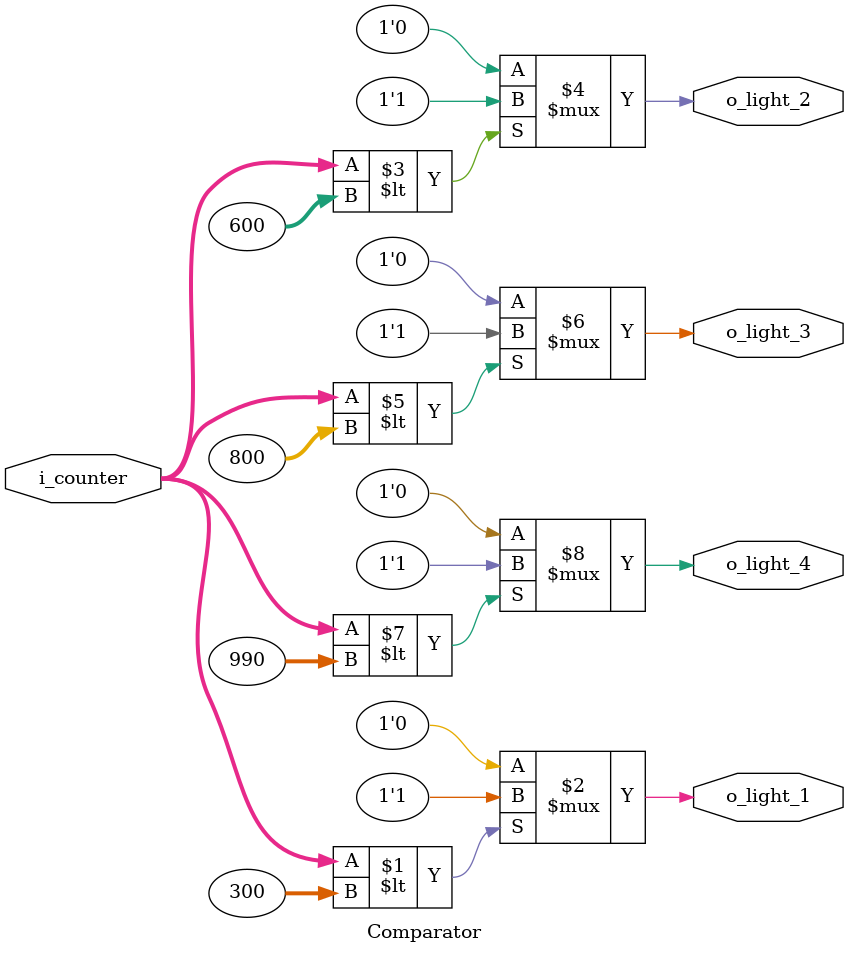
<source format=v>
`timescale 1ns / 1ps

module Comparator
(
    input [9:0] i_counter,
    output o_light_1, o_light_2, o_light_3, o_light_4
);

    assign o_light_1 = (i_counter <300) ? 1'b1 : 1'b0;
    assign o_light_2 = (i_counter <600) ? 1'b1 : 1'b0;
    assign o_light_3 = (i_counter <800) ? 1'b1 : 1'b0;
    assign o_light_4 = (i_counter <990) ? 1'b1 : 1'b0;

endmodule

</source>
